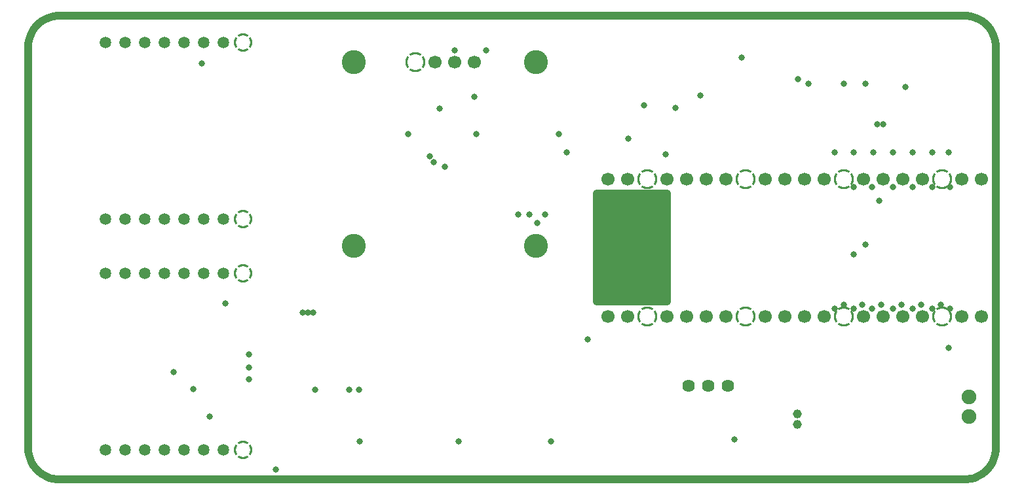
<source format=gbr>
%TF.GenerationSoftware,Altium Limited,Altium Designer,24.9.1 (31)*%
G04 Layer_Physical_Order=2*
G04 Layer_Color=32768*
%FSLAX45Y45*%
%MOMM*%
%TF.SameCoordinates,E868E159-F76C-425E-9157-6F4710699125*%
%TF.FilePolarity,Negative*%
%TF.FileFunction,Copper,L2,Inr,Plane*%
%TF.Part,Single*%
G01*
G75*
%TA.AperFunction,NonConductor*%
%ADD49C,1.01600*%
%TA.AperFunction,ComponentPad*%
%ADD50C,1.15000*%
%ADD51C,1.62000*%
%ADD52C,1.70000*%
G04:AMPARAMS|DCode=53|XSize=2.413mm|YSize=2.413mm|CornerRadius=0mm|HoleSize=0mm|Usage=FLASHONLY|Rotation=0.000|XOffset=0mm|YOffset=0mm|HoleType=Round|Shape=Relief|Width=0.254mm|Gap=0.254mm|Entries=4|*
%AMTHD53*
7,0,0,2.41300,1.90500,0.25400,45*
%
%ADD53THD53*%
%ADD54C,1.48900*%
G04:AMPARAMS|DCode=55|XSize=2.624mm|YSize=2.624mm|CornerRadius=0mm|HoleSize=0mm|Usage=FLASHONLY|Rotation=0.000|XOffset=0mm|YOffset=0mm|HoleType=Round|Shape=Relief|Width=0.254mm|Gap=0.254mm|Entries=4|*
%AMTHD55*
7,0,0,2.62400,2.11600,0.25400,45*
%
%ADD55THD55*%
%ADD56C,1.90000*%
%TA.AperFunction,ViaPad*%
%ADD57C,0.80000*%
%ADD58C,3.10000*%
G36*
X3250000Y-3100000D02*
X2350000D01*
Y-1700000D01*
X3250000D01*
Y-3100000D01*
D02*
G37*
D49*
Y-1700000D01*
X2350000Y-3100000D02*
X3250000D01*
X2350000D02*
Y-1700000D01*
X3250000D01*
X-4600000Y600000D02*
X7100000Y600000D01*
X-4626218D02*
X-4600000Y600000D01*
X-4678204Y593155D02*
X-4626218Y600000D01*
X-4728852Y579584D02*
X-4678204Y593155D01*
X-4777295Y559518D02*
X-4728852Y579584D01*
X-4822705Y533301D02*
X-4777295Y559518D01*
X-4864304Y501381D02*
X-4822705Y533301D01*
X-4901381Y464304D02*
X-4864304Y501381D01*
X-4933302Y422705D02*
X-4901381Y464304D01*
X-4959519Y377295D02*
X-4933302Y422705D01*
X-4979585Y328851D02*
X-4959519Y377295D01*
X-4993156Y278203D02*
X-4979585Y328851D01*
X-5000000Y226217D02*
X-4993156Y278203D01*
X-5000000Y200000D02*
Y226217D01*
Y-5000000D02*
Y200000D01*
Y-5026218D02*
Y-5000000D01*
Y-5026218D02*
X-4993156Y-5078204D01*
X-4979585Y-5128852D01*
X-4959519Y-5177295D01*
X-4933302Y-5222705D01*
X-4901381Y-5264305D01*
X-4864304Y-5301382D01*
X-4822705Y-5333302D01*
X-4777295Y-5359519D01*
X-4728852Y-5379585D01*
X-4678204Y-5393156D01*
X-4626218Y-5400000D01*
X7126217D01*
X7178203Y-5393156D01*
X7228851Y-5379585D01*
X7277295Y-5359519D01*
X7322705Y-5333302D01*
X7364304Y-5301382D01*
X7401381Y-5264305D01*
X7433301Y-5222705D01*
X7459518Y-5177295D01*
X7479584Y-5128852D01*
X7493155Y-5078204D01*
X7500000Y-5026218D01*
Y-5000000D01*
Y-4925001D01*
X7500000Y200000D01*
X7500000Y226217D02*
X7500000Y200000D01*
X7493155Y278203D02*
X7500000Y226217D01*
X7479584Y328851D02*
X7493155Y278203D01*
X7459518Y377295D02*
X7479584Y328851D01*
X7433301Y422705D02*
X7459518Y377295D01*
X7401381Y464304D02*
X7433301Y422705D01*
X7364304Y501381D02*
X7401381Y464304D01*
X7322705Y533301D02*
X7364304Y501381D01*
X7277295Y559518D02*
X7322705Y533301D01*
X7228851Y579584D02*
X7277295Y559518D01*
X7178203Y593155D02*
X7228851Y579584D01*
X7126217Y600000D02*
X7178203Y593155D01*
X7100000Y600000D02*
X7126217D01*
D50*
X4939500Y-4692800D02*
D03*
Y-4552800D02*
D03*
D51*
X3530600Y-4191000D02*
D03*
X3784600D02*
D03*
X4038600D02*
D03*
D52*
X5027234Y-1510748D02*
D03*
X4519234D02*
D03*
X4773234D02*
D03*
X5281234D02*
D03*
X762000Y0D02*
D03*
X508000D02*
D03*
X254000D02*
D03*
X7313234Y-1510748D02*
D03*
X2487234Y-3288748D02*
D03*
X7313234D02*
D03*
X7059234D02*
D03*
X6551234D02*
D03*
X6297234D02*
D03*
X6043234D02*
D03*
X5789234D02*
D03*
X5281234D02*
D03*
X5027234D02*
D03*
X4773234D02*
D03*
X4519234D02*
D03*
X4011234D02*
D03*
X7059234Y-1510748D02*
D03*
X6551234D02*
D03*
X6297234D02*
D03*
X6043234D02*
D03*
X5789234D02*
D03*
X4011234D02*
D03*
X3757234D02*
D03*
X3503234D02*
D03*
X3249234D02*
D03*
X2741234D02*
D03*
X2487234D02*
D03*
X2741234Y-3288748D02*
D03*
X3249234D02*
D03*
X3503234D02*
D03*
X3757234D02*
D03*
D53*
X-2222500Y-5016500D02*
D03*
Y-2730500D02*
D03*
Y254000D02*
D03*
Y-2032000D02*
D03*
D54*
X-2730500Y-5016500D02*
D03*
X-2984500D02*
D03*
X-3238500D02*
D03*
X-3492500D02*
D03*
X-3746500D02*
D03*
X-4000500D02*
D03*
X-2476500D02*
D03*
Y-2730500D02*
D03*
X-4000500D02*
D03*
X-3746500D02*
D03*
X-3492500D02*
D03*
X-3238500D02*
D03*
X-2984500D02*
D03*
X-2730500D02*
D03*
Y254000D02*
D03*
X-2984500D02*
D03*
X-3238500D02*
D03*
X-3492500D02*
D03*
X-3746500D02*
D03*
X-4000500D02*
D03*
X-2476500D02*
D03*
Y-2032000D02*
D03*
X-4000500D02*
D03*
X-3746500D02*
D03*
X-3492500D02*
D03*
X-3238500D02*
D03*
X-2984500D02*
D03*
X-2730500D02*
D03*
D55*
X0Y0D02*
D03*
X6805234Y-3288748D02*
D03*
X5535234D02*
D03*
X4265234D02*
D03*
X6805234Y-1510748D02*
D03*
X5535234D02*
D03*
X4265234D02*
D03*
X2995234D02*
D03*
Y-3288748D02*
D03*
D56*
X7153600Y-4333000D02*
D03*
Y-4587000D02*
D03*
D57*
X1955800Y-1168400D02*
D03*
X1854200Y-927100D02*
D03*
X2226788Y-3589900D02*
D03*
X1333500Y-1968500D02*
D03*
X6896100Y-3695700D02*
D03*
X241300Y-1295400D02*
D03*
X-1803400Y-5270500D02*
D03*
X5994400Y-1790400D02*
D03*
X5816600Y-2362500D02*
D03*
X5664200Y-2489200D02*
D03*
X6019800Y-3136900D02*
D03*
X6794500D02*
D03*
X6540500D02*
D03*
X6286500D02*
D03*
X5778500D02*
D03*
X5537200D02*
D03*
X5905500Y-1612900D02*
D03*
X6680200D02*
D03*
X6426200D02*
D03*
X6172200D02*
D03*
X5664200D02*
D03*
X6908800D02*
D03*
X5422900Y-3187700D02*
D03*
X6908800D02*
D03*
X5664200D02*
D03*
X6172200D02*
D03*
X6426200D02*
D03*
X6680200D02*
D03*
X5905500D02*
D03*
X5918200Y-1168400D02*
D03*
X6896100D02*
D03*
X6680200D02*
D03*
X6426200D02*
D03*
X6172200D02*
D03*
X5664200D02*
D03*
X5422900D02*
D03*
X-717400Y-4909000D02*
D03*
X1752300Y-4909000D02*
D03*
X558500D02*
D03*
X4121850Y-4882700D02*
D03*
X6334150Y-317650D02*
D03*
X5817409Y-277009D02*
D03*
X4943450Y-215450D02*
D03*
X4216550Y60350D02*
D03*
X3689100Y-432999D02*
D03*
X3363930Y-593750D02*
D03*
X2959100Y-558800D02*
D03*
X-87380Y-927100D02*
D03*
X381000Y-1350880D02*
D03*
X785580Y-929800D02*
D03*
X762300Y-444500D02*
D03*
X191291Y-1219991D02*
D03*
X1574800Y-2082800D02*
D03*
X1473200Y-1968500D02*
D03*
X-850900Y-4241800D02*
D03*
X3239366Y-1192934D02*
D03*
X2755900Y-990600D02*
D03*
X-723900Y-4241800D02*
D03*
X-1295400D02*
D03*
X-1316200Y-3238500D02*
D03*
X-1456200D02*
D03*
X-1386200D02*
D03*
X-2654300Y-4584700D02*
D03*
X-2870200Y-4229100D02*
D03*
X-3124200Y-4013200D02*
D03*
X-2146300Y-3784600D02*
D03*
X-2147091Y-4101309D02*
D03*
X1676400Y-1968500D02*
D03*
X-2451100Y-3124200D02*
D03*
X-2146300Y-3949700D02*
D03*
X-2755900Y-12700D02*
D03*
X914400Y152400D02*
D03*
X508000D02*
D03*
X6045200Y-800100D02*
D03*
X317500Y-596900D02*
D03*
X5537200Y-279400D02*
D03*
X5969000Y-800100D02*
D03*
X5082133Y-279712D02*
D03*
D58*
X-793999Y0D02*
D03*
X1555999Y-2379995D02*
D03*
X-793999D02*
D03*
X1555999Y0D02*
D03*
%TF.MD5,5d5d88588729edcd2c3fb0e37c303969*%
M02*

</source>
